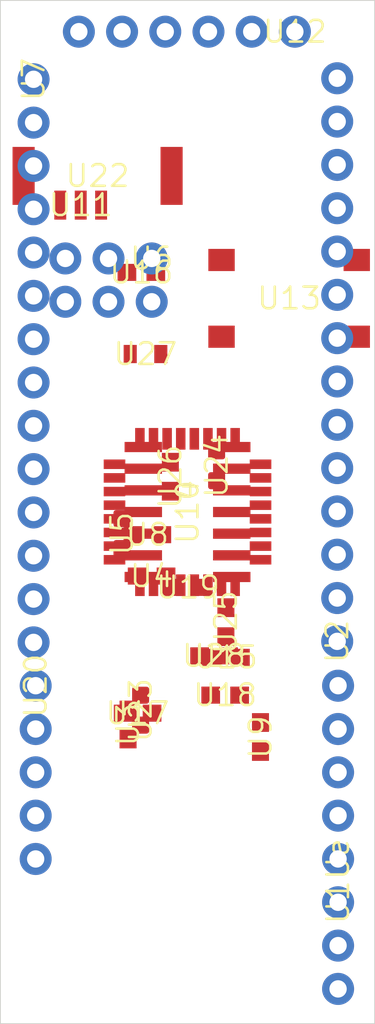
<source format=kicad_pcb>
 ( kicad_pcb  ( version 20171130 )
 ( host pcbnew "(5.1.4-0-10_14)" )
 ( general  ( thickness 1.6 )
 ( drawings 4 )
 ( tracks 0 )
 ( zones 0 )
 ( modules 28 )
 ( nets 53 )
)
 ( page A4 )
 ( layers  ( 0 Top signal )
 ( 31 Bottom signal )
 ( 32 B.Adhes user )
 ( 33 F.Adhes user )
 ( 34 B.Paste user )
 ( 35 F.Paste user )
 ( 36 B.SilkS user )
 ( 37 F.SilkS user )
 ( 38 B.Mask user )
 ( 39 F.Mask user )
 ( 40 Dwgs.User user )
 ( 41 Cmts.User user )
 ( 42 Eco1.User user )
 ( 43 Eco2.User user )
 ( 44 Edge.Cuts user )
 ( 45 Margin user )
 ( 46 B.CrtYd user )
 ( 47 F.CrtYd user )
 ( 48 B.Fab user )
 ( 49 F.Fab user )
)
 ( setup  ( last_trace_width 0.2 )
 ( trace_clearance 0.127 )
 ( zone_clearance 0.508 )
 ( zone_45_only no )
 ( trace_min 0.2 )
 ( via_size 0.7064 )
 ( via_drill 0.3 )
 ( via_min_size 0.4 )
 ( via_min_drill 0.3 )
 ( uvia_size 0.3 )
 ( uvia_drill 0.1 )
 ( uvias_allowed yes )
 ( uvia_min_size 0.2 )
 ( uvia_min_drill 0.1 )
 ( edge_width 0.05 )
 ( segment_width 0.2 )
 ( pcb_text_width 0.3 )
 ( pcb_text_size 1.5 1.5 )
 ( mod_edge_width 0.12 )
 ( mod_text_size 1 1 )
 ( mod_text_width 0.15 )
 ( pad_size 1.524 1.524 )
 ( pad_drill 0.762 )
 ( pad_to_mask_clearance 0.051 )
 ( solder_mask_min_width 0.25 )
 ( aux_axis_origin 0 0 )
 ( visible_elements 7FFFFFFF )
 ( pcbplotparams  ( layerselection 0x010fc_ffffffff )
 ( usegerberextensions false )
 ( usegerberattributes false )
 ( usegerberadvancedattributes false )
 ( creategerberjobfile false )
 ( excludeedgelayer true )
 ( linewidth 0.100000 )
 ( plotframeref false )
 ( viasonmask false )
 ( mode 1 )
 ( useauxorigin false )
 ( hpglpennumber 1 )
 ( hpglpenspeed 20 )
 ( hpglpendiameter 15.000000 )
 ( psnegative false )
 ( psa4output false )
 ( plotreference true )
 ( plotvalue true )
 ( plotinvisibletext false )
 ( padsonsilk false )
 ( subtractmaskfromsilk false )
 ( outputformat 1 )
 ( mirror false )
 ( drillshape 1 )
 ( scaleselection 1 )
 ( outputdirectory "" )
)
)
 ( net 0 "" )
 ( net 1 GND )
 ( net 2 VCC )
 ( net 3 /D2 )
 ( net 4 /TXO )
 ( net 5 /RXI )
 ( net 6 /RST )
 ( net 7 /A5 )
 ( net 8 /A4 )
 ( net 9 /A3 )
 ( net 10 /A2 )
 ( net 11 /A1 )
 ( net 12 /A0 )
 ( net 13 /A7 )
 ( net 14 "Net-(C6-Pad1)" )
 ( net 15 /A6 )
 ( net 16 /SCK )
 ( net 17 /MISO )
 ( net 18 /MOSI )
 ( net 19 /D10 )
 ( net 20 /D9 )
 ( net 21 /D8 )
 ( net 22 /D7 )
 ( net 23 /D6 )
 ( net 24 /D5 )
 ( net 25 "Net-(U3-Pad8)" )
 ( net 26 "Net-(U3-Pad7)" )
 ( net 27 /D4 )
 ( net 28 /D3 )
 ( net 29 "Net-(D1-PadA)" )
 ( net 30 /DTR )
 ( net 31 "Net-(J1-PadCTS)" )
 ( net 32 "Net-(F1-Pad1)" )
 ( net 33 /OUT1 )
 ( net 34 "Net-(IC1-Pad10)" )
 ( net 35 /OUT2 )
 ( net 36 /OUT4 )
 ( net 37 "Net-(IC1-Pad9)" )
 ( net 38 /OUT3 )
 ( net 39 "Net-(IC1-Pad11)" )
 ( net 40 "Net-(IC1-Pad12)" )
 ( net 41 /GO )
 ( net 42 "Net-(IC1-Pad13)" )
 ( net 43 "Net-(J2-Pad5)" )
 ( net 44 "Net-(J2-Pad4)" )
 ( net 45 "Net-(J2-Pad3)" )
 ( net 46 "Net-(J2-Pad2)" )
 ( net 47 "Net-(J2-Pad1)" )
 ( net 48 "Net-(J4-Pad1)" )
 ( net 49 "Net-(J4-Pad3)" )
 ( net 50 "Net-(J4-Pad2)" )
 ( net 51 "Net-(D2-PadA)" )
 ( net 52 "Net-(D3-PadA)" )
 ( net_class Default "This is the default net class."  ( clearance 0.127 )
 ( trace_width 0.2 )
 ( via_dia 0.7064 )
 ( via_drill 0.3 )
 ( uvia_dia 0.3 )
 ( uvia_drill 0.1 )
 ( add_net /A0 )
 ( add_net /A1 )
 ( add_net /A2 )
 ( add_net /A3 )
 ( add_net /A4 )
 ( add_net /A5 )
 ( add_net /A6 )
 ( add_net /A7 )
 ( add_net /D10 )
 ( add_net /D2 )
 ( add_net /D3 )
 ( add_net /D4 )
 ( add_net /D5 )
 ( add_net /D6 )
 ( add_net /D7 )
 ( add_net /D8 )
 ( add_net /D9 )
 ( add_net /DTR )
 ( add_net /GO )
 ( add_net /MISO )
 ( add_net /MOSI )
 ( add_net /OUT1 )
 ( add_net /OUT2 )
 ( add_net /OUT3 )
 ( add_net /OUT4 )
 ( add_net /RST )
 ( add_net /RXI )
 ( add_net /SCK )
 ( add_net /TXO )
 ( add_net GND )
 ( add_net "Net-(C6-Pad1)" )
 ( add_net "Net-(D1-PadA)" )
 ( add_net "Net-(D2-PadA)" )
 ( add_net "Net-(D3-PadA)" )
 ( add_net "Net-(IC1-Pad10)" )
 ( add_net "Net-(IC1-Pad11)" )
 ( add_net "Net-(IC1-Pad12)" )
 ( add_net "Net-(IC1-Pad13)" )
 ( add_net "Net-(IC1-Pad9)" )
 ( add_net "Net-(J1-PadCTS)" )
 ( add_net "Net-(J2-Pad1)" )
 ( add_net "Net-(J2-Pad2)" )
 ( add_net "Net-(J2-Pad3)" )
 ( add_net "Net-(J2-Pad4)" )
 ( add_net "Net-(J2-Pad5)" )
 ( add_net "Net-(J4-Pad1)" )
 ( add_net "Net-(J4-Pad2)" )
 ( add_net "Net-(J4-Pad3)" )
 ( add_net "Net-(U3-Pad7)" )
 ( add_net "Net-(U3-Pad8)" )
)
 ( net_class Power ""  ( clearance 0.127 )
 ( trace_width 0.381 )
 ( via_dia 0.7064 )
 ( via_drill 0.3 )
 ( uvia_dia 0.3 )
 ( uvia_drill 0.1 )
 ( add_net "Net-(F1-Pad1)" )
 ( add_net VCC )
)
 ( module piezoMusic:1X14 locked  ( layer Top )
 ( tedit 5DCE31E3 )
 ( tstamp 5DC8D32C )
 ( at 157.302200 96.088200 90.000000 )
 ( path /0B60073D )
 ( fp_text reference U2  ( at -16.5 0 90 )
 ( layer F.SilkS )
 ( effects  ( font  ( size 1.27 1.27 )
 ( thickness 0.15 )
)
)
)
 ( fp_text value ""  ( at -16.5 0 90 )
 ( layer F.SilkS )
 ( effects  ( font  ( size 1.27 1.27 )
 ( thickness 0.15 )
)
)
)
 ( fp_poly  ( pts  ( xy -17.6 -1.4 )
 ( xy 17.7 -1.4 )
 ( xy 17.7 1.4 )
 ( xy -17.6 1.4 )
)
 ( layer F.CrtYd )
 ( width 0.1 )
)
 ( fp_poly  ( pts  ( xy -17.6 -1.4 )
 ( xy 17.7 -1.4 )
 ( xy 17.7 1.4 )
 ( xy -17.6 1.4 )
)
 ( layer B.CrtYd )
 ( width 0.1 )
)
 ( pad 14 thru_hole circle  ( at 16.52 0 180.000000 )
 ( size 1.8796 1.8796 )
 ( drill 1.016 )
 ( layers *.Cu *.Mask )
 ( net 16 /SCK )
 ( solder_mask_margin 0.1016 )
)
 ( pad 13 thru_hole circle  ( at 13.98 0 180.000000 )
 ( size 1.8796 1.8796 )
 ( drill 1.016 )
 ( layers *.Cu *.Mask )
 ( net 17 /MISO )
 ( solder_mask_margin 0.1016 )
)
 ( pad 12 thru_hole circle  ( at 11.44 0 180.000000 )
 ( size 1.8796 1.8796 )
 ( drill 1.016 )
 ( layers *.Cu *.Mask )
 ( net 18 /MOSI )
 ( solder_mask_margin 0.1016 )
)
 ( pad 11 thru_hole circle  ( at 8.9 0 180.000000 )
 ( size 1.8796 1.8796 )
 ( drill 1.016 )
 ( layers *.Cu *.Mask )
 ( net 19 /D10 )
 ( solder_mask_margin 0.1016 )
)
 ( pad 10 thru_hole circle  ( at 6.36 0 180.000000 )
 ( size 1.8796 1.8796 )
 ( drill 1.016 )
 ( layers *.Cu *.Mask )
 ( net 20 /D9 )
 ( solder_mask_margin 0.1016 )
)
 ( pad 9 thru_hole circle  ( at 3.82 0 180.000000 )
 ( size 1.8796 1.8796 )
 ( drill 1.016 )
 ( layers *.Cu *.Mask )
 ( net 21 /D8 )
 ( solder_mask_margin 0.1016 )
)
 ( pad 8 thru_hole circle  ( at 1.28 0 180.000000 )
 ( size 1.8796 1.8796 )
 ( drill 1.016 )
 ( layers *.Cu *.Mask )
 ( net 22 /D7 )
 ( solder_mask_margin 0.1016 )
)
 ( pad 7 thru_hole circle  ( at -1.26 0 180.000000 )
 ( size 1.8796 1.8796 )
 ( drill 1.016 )
 ( layers *.Cu *.Mask )
 ( net 23 /D6 )
 ( solder_mask_margin 0.1016 )
)
 ( pad 6 thru_hole circle  ( at -3.8 0 180.000000 )
 ( size 1.8796 1.8796 )
 ( drill 1.016 )
 ( layers *.Cu *.Mask )
 ( net 24 /D5 )
 ( solder_mask_margin 0.1016 )
)
 ( pad 5 thru_hole circle  ( at -6.34 0 180.000000 )
 ( size 1.8796 1.8796 )
 ( drill 1.016 )
 ( layers *.Cu *.Mask )
 ( net 27 /D4 )
 ( solder_mask_margin 0.1016 )
)
 ( pad 4 thru_hole circle  ( at -8.88 0 180.000000 )
 ( size 1.8796 1.8796 )
 ( drill 1.016 )
 ( layers *.Cu *.Mask )
 ( net 28 /D3 )
 ( solder_mask_margin 0.1016 )
)
 ( pad 3 thru_hole circle  ( at -11.42 0 180.000000 )
 ( size 1.8796 1.8796 )
 ( drill 1.016 )
 ( layers *.Cu *.Mask )
 ( net 3 /D2 )
 ( solder_mask_margin 0.1016 )
)
 ( pad 2 thru_hole circle  ( at -13.96 0 180.000000 )
 ( size 1.8796 1.8796 )
 ( drill 1.016 )
 ( layers *.Cu *.Mask )
 ( net 1 GND )
 ( solder_mask_margin 0.1016 )
)
 ( pad 1 thru_hole circle  ( at -16.5 0 180.000000 )
 ( size 1.8796 1.8796 )
 ( drill 1.016 )
 ( layers *.Cu *.Mask )
 ( net 2 VCC )
 ( solder_mask_margin 0.1016 )
)
)
 ( module piezoMusic:1X14 locked  ( layer Top )
 ( tedit 5DCE31E3 )
 ( tstamp 5DC8D3C7 )
 ( at 139.446000 96.139000 270.000000 )
 ( path /056852D9 )
 ( fp_text reference U7  ( at -16.51 -0.004 270 )
 ( layer F.SilkS )
 ( effects  ( font  ( size 1.27 1.27 )
 ( thickness 0.15 )
)
)
)
 ( fp_text value ""  ( at -16.51 -0.004 270 )
 ( layer F.SilkS )
 ( effects  ( font  ( size 1.27 1.27 )
 ( thickness 0.15 )
)
)
)
 ( fp_poly  ( pts  ( xy -17.61 -1.404 )
 ( xy 17.69 -1.404 )
 ( xy 17.69 1.396 )
 ( xy -17.61 1.396 )
)
 ( layer F.CrtYd )
 ( width 0.1 )
)
 ( fp_poly  ( pts  ( xy -17.61 -1.404 )
 ( xy 17.69 -1.404 )
 ( xy 17.69 1.396 )
 ( xy -17.61 1.396 )
)
 ( layer B.CrtYd )
 ( width 0.1 )
)
 ( pad 14 thru_hole circle  ( at 16.51 -0.004 )
 ( size 1.8796 1.8796 )
 ( drill 1.016 )
 ( layers *.Cu *.Mask )
 ( net 13 /A7 )
 ( solder_mask_margin 0.1016 )
)
 ( pad 13 thru_hole circle  ( at 13.97 -0.004 )
 ( size 1.8796 1.8796 )
 ( drill 1.016 )
 ( layers *.Cu *.Mask )
 ( net 15 /A6 )
 ( solder_mask_margin 0.1016 )
)
 ( pad 12 thru_hole circle  ( at 11.43 -0.004 )
 ( size 1.8796 1.8796 )
 ( drill 1.016 )
 ( layers *.Cu *.Mask )
 ( net 7 /A5 )
 ( solder_mask_margin 0.1016 )
)
 ( pad 11 thru_hole circle  ( at 8.89 -0.004 )
 ( size 1.8796 1.8796 )
 ( drill 1.016 )
 ( layers *.Cu *.Mask )
 ( net 8 /A4 )
 ( solder_mask_margin 0.1016 )
)
 ( pad 10 thru_hole circle  ( at 6.35 -0.004 )
 ( size 1.8796 1.8796 )
 ( drill 1.016 )
 ( layers *.Cu *.Mask )
 ( net 9 /A3 )
 ( solder_mask_margin 0.1016 )
)
 ( pad 9 thru_hole circle  ( at 3.81 -0.004 )
 ( size 1.8796 1.8796 )
 ( drill 1.016 )
 ( layers *.Cu *.Mask )
 ( net 10 /A2 )
 ( solder_mask_margin 0.1016 )
)
 ( pad 8 thru_hole circle  ( at 1.27 -0.004 )
 ( size 1.8796 1.8796 )
 ( drill 1.016 )
 ( layers *.Cu *.Mask )
 ( net 11 /A1 )
 ( solder_mask_margin 0.1016 )
)
 ( pad 7 thru_hole circle  ( at -1.27 -0.004 )
 ( size 1.8796 1.8796 )
 ( drill 1.016 )
 ( layers *.Cu *.Mask )
 ( net 12 /A0 )
 ( solder_mask_margin 0.1016 )
)
 ( pad 6 thru_hole circle  ( at -3.81 -0.004 )
 ( size 1.8796 1.8796 )
 ( drill 1.016 )
 ( layers *.Cu *.Mask )
 ( net 4 /TXO )
 ( solder_mask_margin 0.1016 )
)
 ( pad 5 thru_hole circle  ( at -6.35 -0.004 )
 ( size 1.8796 1.8796 )
 ( drill 1.016 )
 ( layers *.Cu *.Mask )
 ( net 5 /RXI )
 ( solder_mask_margin 0.1016 )
)
 ( pad 4 thru_hole circle  ( at -8.89 -0.004 )
 ( size 1.8796 1.8796 )
 ( drill 1.016 )
 ( layers *.Cu *.Mask )
 ( net 1 GND )
 ( solder_mask_margin 0.1016 )
)
 ( pad 3 thru_hole circle  ( at -11.43 -0.004 )
 ( size 1.8796 1.8796 )
 ( drill 1.016 )
 ( layers *.Cu *.Mask )
 ( net 2 VCC )
 ( solder_mask_margin 0.1016 )
)
 ( pad 2 thru_hole circle  ( at -13.97 -0.004 )
 ( size 1.8796 1.8796 )
 ( drill 1.016 )
 ( layers *.Cu *.Mask )
 ( net 2 VCC )
 ( solder_mask_margin 0.1016 )
)
 ( pad 1 thru_hole circle  ( at -16.51 -0.004 )
 ( size 1.8796 1.8796 )
 ( drill 1.016 )
 ( layers *.Cu *.Mask )
 ( net 2 VCC )
 ( solder_mask_margin 0.1016 )
)
)
 ( module piezoMusic:FTDI_BASIC locked  ( layer Top )
 ( tedit 5DCE2BD1 )
 ( tstamp 5DC8D4AF )
 ( at 148.463000 76.835000 180.000000 )
 ( descr "<h3>FTDI Basic </h3>\nIncludes tDocu labels for end pins that match the FTDI Basic connection.\n<p>Specifications:\n<ul><li>Pin count: 6</li>\n<li>Pin pitch: 0.1\"</li>\n</ul></p>\n<p>Example device(s):\n<ul><li>6_Pin_Serial_Cable</li>\n</ul></p>" )
 ( path /449C7C68 )
 ( fp_text reference U12  ( at -6.35 0 180 )
 ( layer F.SilkS )
 ( effects  ( font  ( size 1.27 1.27 )
 ( thickness 0.15 )
)
)
)
 ( fp_text value ""  ( at -6.35 0 180 )
 ( layer F.SilkS )
 ( effects  ( font  ( size 1.27 1.27 )
 ( thickness 0.15 )
)
)
)
 ( fp_poly  ( pts  ( xy -7.75 -1.4 )
 ( xy 7.75 -1.4 )
 ( xy 7.75 1.4 )
 ( xy -7.75 1.4 )
)
 ( layer F.CrtYd )
 ( width 0.1 )
)
 ( fp_poly  ( pts  ( xy -7.75 -1.4 )
 ( xy 7.75 -1.4 )
 ( xy 7.75 1.4 )
 ( xy -7.75 1.4 )
)
 ( layer B.CrtYd )
 ( width 0.1 )
)
 ( pad GND thru_hole circle  ( at 6.35 0 270.000000 )
 ( size 1.8796 1.8796 )
 ( drill 1.016 )
 ( layers *.Cu *.Mask )
 ( net 1 GND )
 ( solder_mask_margin 0.1016 )
)
 ( pad CTS thru_hole circle  ( at 3.81 0 270.000000 )
 ( size 1.8796 1.8796 )
 ( drill 1.016 )
 ( layers *.Cu *.Mask )
 ( net 31 "Net-(J1-PadCTS)" )
 ( solder_mask_margin 0.1016 )
)
 ( pad VCC thru_hole circle  ( at 1.27 0 270.000000 )
 ( size 1.8796 1.8796 )
 ( drill 1.016 )
 ( layers *.Cu *.Mask )
 ( net 32 "Net-(F1-Pad1)" )
 ( solder_mask_margin 0.1016 )
)
 ( pad TXO thru_hole circle  ( at -1.27 0 270.000000 )
 ( size 1.8796 1.8796 )
 ( drill 1.016 )
 ( layers *.Cu *.Mask )
 ( net 5 /RXI )
 ( solder_mask_margin 0.1016 )
)
 ( pad RXI thru_hole circle  ( at -3.81 0 270.000000 )
 ( size 1.8796 1.8796 )
 ( drill 1.016 )
 ( layers *.Cu *.Mask )
 ( net 4 /TXO )
 ( solder_mask_margin 0.1016 )
)
 ( pad DTR thru_hole circle  ( at -6.35 0 270.000000 )
 ( size 1.8796 1.8796 )
 ( drill 1.016 )
 ( layers *.Cu *.Mask )
 ( net 30 /DTR )
 ( solder_mask_margin 0.1016 )
)
)
 ( module piezoMusic:2X3  ( layer Top )
 ( tedit 5DCE29B8 )
 ( tstamp 5DC8D3A1 )
 ( at 143.856390 91.404157 180.000000 )
 ( path /60994ACD )
 ( fp_text reference U6  ( at -2.54 1.27 180 )
 ( layer F.SilkS )
 ( effects  ( font  ( size 1.27 1.27 )
 ( thickness 0.15 )
)
)
)
 ( fp_text value ""  ( at -2.54 1.27 180 )
 ( layer F.SilkS )
 ( effects  ( font  ( size 1.27 1.27 )
 ( thickness 0.15 )
)
)
)
 ( fp_poly  ( pts  ( xy -3.94 -2.73 )
 ( xy 4.06 -2.73 )
 ( xy 4.06 2.67 )
 ( xy -3.94 2.67 )
)
 ( layer F.CrtYd )
 ( width 0.1 )
)
 ( fp_poly  ( pts  ( xy -3.94 -2.73 )
 ( xy 4.06 -2.73 )
 ( xy 4.06 2.67 )
 ( xy -3.94 2.67 )
)
 ( layer B.CrtYd )
 ( width 0.1 )
)
 ( pad 6 thru_hole circle  ( at 2.54 -1.27 180.000000 )
 ( size 1.8796 1.8796 )
 ( drill 1.016 )
 ( layers *.Cu *.Mask )
 ( net 1 GND )
 ( solder_mask_margin 0.1016 )
)
 ( pad 5 thru_hole circle  ( at 2.54 1.27 180.000000 )
 ( size 1.8796 1.8796 )
 ( drill 1.016 )
 ( layers *.Cu *.Mask )
 ( net 6 /RST )
 ( solder_mask_margin 0.1016 )
)
 ( pad 4 thru_hole circle  ( at 0 -1.27 180.000000 )
 ( size 1.8796 1.8796 )
 ( drill 1.016 )
 ( layers *.Cu *.Mask )
 ( net 18 /MOSI )
 ( solder_mask_margin 0.1016 )
)
 ( pad 3 thru_hole circle  ( at 0 1.27 180.000000 )
 ( size 1.8796 1.8796 )
 ( drill 1.016 )
 ( layers *.Cu *.Mask )
 ( net 16 /SCK )
 ( solder_mask_margin 0.1016 )
)
 ( pad 2 thru_hole circle  ( at -2.54 -1.27 180.000000 )
 ( size 1.8796 1.8796 )
 ( drill 1.016 )
 ( layers *.Cu *.Mask )
 ( net 2 VCC )
 ( solder_mask_margin 0.1016 )
)
 ( pad 1 thru_hole circle  ( at -2.54 1.27 180.000000 )
 ( size 1.8796 1.8796 )
 ( drill 1.016 )
 ( layers *.Cu *.Mask )
 ( net 17 /MISO )
 ( solder_mask_margin 0.1016 )
)
)
 ( module piezoMusic:1X03 locked  ( layer Top )
 ( tedit 5DCE3241 )
 ( tstamp 5DC8D5C9 )
 ( at 157.353000 130.429000 270.000000 )
 ( descr "<h3>Plated Through Hole - 3 Pin</h3>\n<p>Specifications:\n<ul><li>Pin count:3</li>\n<li>Pin pitch:0.1\"</li>\n</ul></p>\n<p>Example device(s):\n<ul><li>CONN_03</li>\n</ul></p>" )
 ( path /FA7CA15B )
 ( fp_text reference U1  ( at -2.54 0 270 )
 ( layer F.SilkS )
 ( effects  ( font  ( size 1.27 1.27 )
 ( thickness 0.15 )
)
)
)
 ( fp_text value ""  ( at -2.54 0 270 )
 ( layer F.SilkS )
 ( effects  ( font  ( size 1.27 1.27 )
 ( thickness 0.15 )
)
)
)
 ( fp_poly  ( pts  ( xy -3.74 -1.5 )
 ( xy -3.74 1.5 )
 ( xy 3.66 1.5 )
 ( xy 3.66 -1.5 )
)
 ( layer B.CrtYd )
 ( width 0.1 )
)
 ( fp_poly  ( pts  ( xy -3.74 -1.5 )
 ( xy -3.74 1.5 )
 ( xy 3.66 1.5 )
 ( xy 3.66 -1.5 )
)
 ( layer F.CrtYd )
 ( width 0.1 )
)
 ( pad 3 thru_hole circle  ( at 2.54 0 )
 ( size 1.8796 1.8796 )
 ( drill 1.016 )
 ( layers *.Cu *.Mask )
 ( net 49 "Net-(J4-Pad3)" )
 ( solder_mask_margin 0.1016 )
)
 ( pad 2 thru_hole circle  ( at 0 0 )
 ( size 1.8796 1.8796 )
 ( drill 1.016 )
 ( layers *.Cu *.Mask )
 ( net 50 "Net-(J4-Pad2)" )
 ( solder_mask_margin 0.1016 )
)
 ( pad 1 thru_hole circle  ( at -2.54 0 )
 ( size 1.8796 1.8796 )
 ( drill 1.016 )
 ( layers *.Cu *.Mask )
 ( net 48 "Net-(J4-Pad1)" )
 ( solder_mask_margin 0.1016 )
)
)
 ( module piezoMusic:1X05 locked  ( layer Top )
 ( tedit 5DCE3193 )
 ( tstamp 5DC8D58D )
 ( at 157.353000 120.269000 90.000000 )
 ( descr "<h3>Plated Through Hole - 5 Pin</h3>\n<p>Specifications:\n<ul><li>Pin count:5</li>\n<li>Pin pitch:0.1\"</li>\n</ul></p>\n<p>Example device(s):\n<ul><li>CONN_05</li>\n</ul></p>" )
 ( path /B665FDA9 )
 ( fp_text reference Ue  ( at -5.08 0 90 )
 ( layer F.SilkS )
 ( effects  ( font  ( size 1.27 1.27 )
 ( thickness 0.15 )
)
)
)
 ( fp_text value ""  ( at -5.08 0 90 )
 ( layer F.SilkS )
 ( effects  ( font  ( size 1.27 1.27 )
 ( thickness 0.15 )
)
)
)
 ( fp_poly  ( pts  ( xy -6.18 -1.4 )
 ( xy 6.22 -1.4 )
 ( xy 6.22 1.4 )
 ( xy -6.18 1.4 )
)
 ( layer F.CrtYd )
 ( width 0.1 )
)
 ( fp_poly  ( pts  ( xy -6.18 -1.4 )
 ( xy 6.22 -1.4 )
 ( xy 6.22 1.4 )
 ( xy -6.18 1.4 )
)
 ( layer B.CrtYd )
 ( width 0.1 )
)
 ( pad 5 thru_hole circle  ( at 5.08 0 180.000000 )
 ( size 1.8796 1.8796 )
 ( drill 1.016 )
 ( layers *.Cu *.Mask )
 ( net 36 /OUT4 )
 ( solder_mask_margin 0.1016 )
)
 ( pad 4 thru_hole circle  ( at 2.54 0 180.000000 )
 ( size 1.8796 1.8796 )
 ( drill 1.016 )
 ( layers *.Cu *.Mask )
 ( net 38 /OUT3 )
 ( solder_mask_margin 0.1016 )
)
 ( pad 3 thru_hole circle  ( at 0 0 180.000000 )
 ( size 1.8796 1.8796 )
 ( drill 1.016 )
 ( layers *.Cu *.Mask )
 ( net 35 /OUT2 )
 ( solder_mask_margin 0.1016 )
)
 ( pad 2 thru_hole circle  ( at -2.54 0 180.000000 )
 ( size 1.8796 1.8796 )
 ( drill 1.016 )
 ( layers *.Cu *.Mask )
 ( net 33 /OUT1 )
 ( solder_mask_margin 0.1016 )
)
 ( pad 1 thru_hole circle  ( at -5.08 0 180.000000 )
 ( size 1.8796 1.8796 )
 ( drill 1.016 )
 ( layers *.Cu *.Mask )
 ( net 41 /GO )
 ( solder_mask_margin 0.1016 )
)
)
 ( module piezoMusic:1X05 locked  ( layer Top )
 ( tedit 5DCE3193 )
 ( tstamp 5DC8D560 )
 ( at 139.573000 120.269000 270.000000 )
 ( descr "<h3>Plated Through Hole - 5 Pin</h3>\n<p>Specifications:\n<ul><li>Pin count:5</li>\n<li>Pin pitch:0.1\"</li>\n</ul></p>\n<p>Example device(s):\n<ul><li>CONN_05</li>\n</ul></p>" )
 ( path /C3E76336 )
 ( fp_text reference U20  ( at -5.08 0 270 )
 ( layer F.SilkS )
 ( effects  ( font  ( size 1.27 1.27 )
 ( thickness 0.15 )
)
)
)
 ( fp_text value ""  ( at -5.08 0 270 )
 ( layer F.SilkS )
 ( effects  ( font  ( size 1.27 1.27 )
 ( thickness 0.15 )
)
)
)
 ( fp_poly  ( pts  ( xy -6.18 -1.4 )
 ( xy 6.22 -1.4 )
 ( xy 6.22 1.4 )
 ( xy -6.18 1.4 )
)
 ( layer F.CrtYd )
 ( width 0.1 )
)
 ( fp_poly  ( pts  ( xy -6.18 -1.4 )
 ( xy 6.22 -1.4 )
 ( xy 6.22 1.4 )
 ( xy -6.18 1.4 )
)
 ( layer B.CrtYd )
 ( width 0.1 )
)
 ( pad 5 thru_hole circle  ( at 5.08 0 )
 ( size 1.8796 1.8796 )
 ( drill 1.016 )
 ( layers *.Cu *.Mask )
 ( net 43 "Net-(J2-Pad5)" )
 ( solder_mask_margin 0.1016 )
)
 ( pad 4 thru_hole circle  ( at 2.54 0 )
 ( size 1.8796 1.8796 )
 ( drill 1.016 )
 ( layers *.Cu *.Mask )
 ( net 44 "Net-(J2-Pad4)" )
 ( solder_mask_margin 0.1016 )
)
 ( pad 3 thru_hole circle  ( at 0 0 )
 ( size 1.8796 1.8796 )
 ( drill 1.016 )
 ( layers *.Cu *.Mask )
 ( net 45 "Net-(J2-Pad3)" )
 ( solder_mask_margin 0.1016 )
)
 ( pad 2 thru_hole circle  ( at -2.54 0 )
 ( size 1.8796 1.8796 )
 ( drill 1.016 )
 ( layers *.Cu *.Mask )
 ( net 46 "Net-(J2-Pad2)" )
 ( solder_mask_margin 0.1016 )
)
 ( pad 1 thru_hole circle  ( at -5.08 0 )
 ( size 1.8796 1.8796 )
 ( drill 1.016 )
 ( layers *.Cu *.Mask )
 ( net 47 "Net-(J2-Pad1)" )
 ( solder_mask_margin 0.1016 )
)
)
 ( module piezoMusic:0603  ( layer Top )
 ( tedit 5DCE2B5D )
 ( tstamp 5DC8D306 )
 ( at 145.004101 117.463761 270.000000 )
 ( descr "<p><b>Generic 1608 (0603) package</b></p>\n<p>0.2mm courtyard excess rounded to nearest 0.05mm.</p>" )
 ( path /88676885 )
 ( fp_text reference U3  ( at 0 0 270 )
 ( layer F.SilkS )
 ( effects  ( font  ( size 1.27 1.27 )
 ( thickness 0.15 )
)
)
)
 ( fp_text value ""  ( at 0 0 270 )
 ( layer F.SilkS )
 ( effects  ( font  ( size 1.27 1.27 )
 ( thickness 0.15 )
)
)
)
 ( fp_poly  ( pts  ( xy -1.6 -0.7 )
 ( xy 1.6 -0.7 )
 ( xy 1.6 0.7 )
 ( xy -1.6 0.7 )
)
 ( layer F.CrtYd )
 ( width 0.1 )
)
 ( pad 2 smd rect  ( at 0.85 0 270.000000 )
 ( size 1.1 1 )
 ( layers Top F.Mask F.Paste )
 ( net 6 /RST )
 ( solder_mask_margin 0.1016 )
)
 ( pad 1 smd rect  ( at -0.85 0 270.000000 )
 ( size 1.1 1 )
 ( layers Top F.Mask F.Paste )
 ( net 30 /DTR )
 ( solder_mask_margin 0.1016 )
)
)
 ( module piezoMusic:0603  ( layer Top )
 ( tedit 5DCE2B5D )
 ( tstamp 5DC8D314 )
 ( at 146.387933 108.759294 180.000000 )
 ( descr "<p><b>Generic 1608 (0603) package</b></p>\n<p>0.2mm courtyard excess rounded to nearest 0.05mm.</p>" )
 ( path /8451312A )
 ( fp_text reference U4  ( at 0 0 180 )
 ( layer F.SilkS )
 ( effects  ( font  ( size 1.27 1.27 )
 ( thickness 0.15 )
)
)
)
 ( fp_text value ""  ( at 0 0 180 )
 ( layer F.SilkS )
 ( effects  ( font  ( size 1.27 1.27 )
 ( thickness 0.15 )
)
)
)
 ( fp_poly  ( pts  ( xy -1.6 -0.7 )
 ( xy 1.6 -0.7 )
 ( xy 1.6 0.7 )
 ( xy -1.6 0.7 )
)
 ( layer F.CrtYd )
 ( width 0.1 )
)
 ( pad 2 smd rect  ( at 0.85 0 180.000000 )
 ( size 1.1 1 )
 ( layers Top F.Mask F.Paste )
 ( net 1 GND )
 ( solder_mask_margin 0.1016 )
)
 ( pad 1 smd rect  ( at -0.85 0 180.000000 )
 ( size 1.1 1 )
 ( layers Top F.Mask F.Paste )
 ( net 14 "Net-(C6-Pad1)" )
 ( solder_mask_margin 0.1016 )
)
)
 ( module piezoMusic:LED-0603  ( layer Top )
 ( tedit 5DCE2CA4 )
 ( tstamp 5DC8D322 )
 ( at 144.647549 106.267931 90.000000 )
 ( descr "<B>LED 0603 SMT</B><p>\n0603, surface mount.\n<p>Specifications:\n<ul><li>Pin count: 2</li>\n<li>Pin pitch:0.075inch </li>\n<li>Area: 0.06\" x 0.03\"</li>\n</ul></p>\n<p>Example device(s):\n<ul><li>LED - BLUE</li>" )
 ( path /5C7F6C2D )
 ( fp_text reference U5  ( at 0 0 90 )
 ( layer F.SilkS )
 ( effects  ( font  ( size 1.27 1.27 )
 ( thickness 0.15 )
)
)
)
 ( fp_text value ""  ( at 0 0 90 )
 ( layer F.SilkS )
 ( effects  ( font  ( size 1.27 1.27 )
 ( thickness 0.15 )
)
)
)
 ( fp_poly  ( pts  ( xy -1.5 -0.6 )
 ( xy 1.5 -0.6 )
 ( xy 1.5 0.6 )
 ( xy -1.5 0.6 )
)
 ( layer F.CrtYd )
 ( width 0.1 )
)
 ( pad A smd roundrect  ( at -0.877 0 )
 ( size 1 1 )
 ( layers Top F.Mask F.Paste )
 ( roundrect_rratio 0.15 )
 ( net 29 "Net-(D1-PadA)" )
 ( solder_mask_margin 0.1016 )
)
 ( pad C smd roundrect  ( at 0.877 0 )
 ( size 1 1 )
 ( layers Top F.Mask F.Paste )
 ( roundrect_rratio 0.15 )
 ( net 1 GND )
 ( solder_mask_margin 0.1016 )
)
)
 ( module piezoMusic:0603  ( layer Top )
 ( tedit 5DCE2B5D )
 ( tstamp 5DC8D43C )
 ( at 146.140593 106.333863 180.000000 )
 ( descr "<p><b>Generic 1608 (0603) package</b></p>\n<p>0.2mm courtyard excess rounded to nearest 0.05mm.</p>" )
 ( path /DDF01354 )
 ( fp_text reference U8  ( at 0 0 180 )
 ( layer F.SilkS )
 ( effects  ( font  ( size 1.27 1.27 )
 ( thickness 0.15 )
)
)
)
 ( fp_text value ""  ( at 0 0 180 )
 ( layer F.SilkS )
 ( effects  ( font  ( size 1.27 1.27 )
 ( thickness 0.15 )
)
)
)
 ( fp_poly  ( pts  ( xy -1.6 -0.7 )
 ( xy 1.6 -0.7 )
 ( xy 1.6 0.7 )
 ( xy -1.6 0.7 )
)
 ( layer F.CrtYd )
 ( width 0.1 )
)
 ( pad 2 smd rect  ( at 0.85 0 180.000000 )
 ( size 1.1 1 )
 ( layers Top F.Mask F.Paste )
 ( net 29 "Net-(D1-PadA)" )
 ( solder_mask_margin 0.1016 )
)
 ( pad 1 smd rect  ( at -0.85 0 180.000000 )
 ( size 1.1 1 )
 ( layers Top F.Mask F.Paste )
 ( net 16 /SCK )
 ( solder_mask_margin 0.1016 )
)
)
 ( module piezoMusic:0603  ( layer Top )
 ( tedit 5DCE2B5D )
 ( tstamp 5DC8D44A )
 ( at 152.790227 118.197060 270.000000 )
 ( descr "<p><b>Generic 1608 (0603) package</b></p>\n<p>0.2mm courtyard excess rounded to nearest 0.05mm.</p>" )
 ( path /B13F4994 )
 ( fp_text reference U9  ( at 0 0 270 )
 ( layer F.SilkS )
 ( effects  ( font  ( size 1.27 1.27 )
 ( thickness 0.15 )
)
)
)
 ( fp_text value ""  ( at 0 0 270 )
 ( layer F.SilkS )
 ( effects  ( font  ( size 1.27 1.27 )
 ( thickness 0.15 )
)
)
)
 ( fp_poly  ( pts  ( xy -1.6 -0.7 )
 ( xy 1.6 -0.7 )
 ( xy 1.6 0.7 )
 ( xy -1.6 0.7 )
)
 ( layer F.CrtYd )
 ( width 0.1 )
)
 ( pad 2 smd rect  ( at 0.85 0 270.000000 )
 ( size 1.1 1 )
 ( layers Top F.Mask F.Paste )
 ( net 2 VCC )
 ( solder_mask_margin 0.1016 )
)
 ( pad 1 smd rect  ( at -0.85 0 270.000000 )
 ( size 1.1 1 )
 ( layers Top F.Mask F.Paste )
 ( net 6 /RST )
 ( solder_mask_margin 0.1016 )
)
)
 ( module piezoMusic:TQFP32-08  ( layer Top )
 ( tedit 5DCE2E26 )
 ( tstamp 5DC8D458 )
 ( at 148.501100 105.003600 90.000000 )
 ( descr "<B>Thin Plasic Quad Flat Package</B> Grid 0.8 mm" )
 ( path /629E9DB0 )
 ( fp_text reference U10  ( at 0 0 90 )
 ( layer F.SilkS )
 ( effects  ( font  ( size 1.27 1.27 )
 ( thickness 0.15 )
)
)
)
 ( fp_text value ""  ( at 0 0 90 )
 ( layer F.SilkS )
 ( effects  ( font  ( size 1.27 1.27 )
 ( thickness 0.15 )
)
)
)
 ( fp_poly  ( pts  ( xy -5 -5 )
 ( xy 5 -5 )
 ( xy 5 5 )
 ( xy -5 5 )
)
 ( layer F.CrtYd )
 ( width 0.1 )
)
 ( pad 32 smd rect  ( at -2.8 -4.2926 90.000000 )
 ( size 0.5588 1.27 )
 ( layers Top F.Mask F.Paste )
 ( net 3 /D2 )
 ( solder_mask_margin 0.1016 )
)
 ( pad 31 smd rect  ( at -2 -4.2926 90.000000 )
 ( size 0.5588 1.27 )
 ( layers Top F.Mask F.Paste )
 ( net 4 /TXO )
 ( solder_mask_margin 0.1016 )
)
 ( pad 30 smd rect  ( at -1.2 -4.2926 90.000000 )
 ( size 0.5588 1.27 )
 ( layers Top F.Mask F.Paste )
 ( net 5 /RXI )
 ( solder_mask_margin 0.1016 )
)
 ( pad 29 smd rect  ( at -0.4 -4.2926 90.000000 )
 ( size 0.5588 1.27 )
 ( layers Top F.Mask F.Paste )
 ( net 6 /RST )
 ( solder_mask_margin 0.1016 )
)
 ( pad 28 smd rect  ( at 0.4 -4.2926 90.000000 )
 ( size 0.5588 1.27 )
 ( layers Top F.Mask F.Paste )
 ( net 7 /A5 )
 ( solder_mask_margin 0.1016 )
)
 ( pad 27 smd rect  ( at 1.2 -4.2926 90.000000 )
 ( size 0.5588 1.27 )
 ( layers Top F.Mask F.Paste )
 ( net 8 /A4 )
 ( solder_mask_margin 0.1016 )
)
 ( pad 26 smd rect  ( at 2 -4.2926 90.000000 )
 ( size 0.5588 1.27 )
 ( layers Top F.Mask F.Paste )
 ( net 9 /A3 )
 ( solder_mask_margin 0.1016 )
)
 ( pad 25 smd rect  ( at 2.8 -4.2926 90.000000 )
 ( size 0.5588 1.27 )
 ( layers Top F.Mask F.Paste )
 ( net 10 /A2 )
 ( solder_mask_margin 0.1016 )
)
 ( pad 24 smd rect  ( at 4.2926 -2.8 90.000000 )
 ( size 1.27 0.5588 )
 ( layers Top F.Mask F.Paste )
 ( net 11 /A1 )
 ( solder_mask_margin 0.1016 )
)
 ( pad 23 smd rect  ( at 4.2926 -2 90.000000 )
 ( size 1.27 0.5588 )
 ( layers Top F.Mask F.Paste )
 ( net 12 /A0 )
 ( solder_mask_margin 0.1016 )
)
 ( pad 22 smd rect  ( at 4.2926 -1.2 90.000000 )
 ( size 1.27 0.5588 )
 ( layers Top F.Mask F.Paste )
 ( net 13 /A7 )
 ( solder_mask_margin 0.1016 )
)
 ( pad 21 smd rect  ( at 4.2926 -0.4 90.000000 )
 ( size 1.27 0.5588 )
 ( layers Top F.Mask F.Paste )
 ( net 1 GND )
 ( solder_mask_margin 0.1016 )
)
 ( pad 20 smd rect  ( at 4.2926 0.4 90.000000 )
 ( size 1.27 0.5588 )
 ( layers Top F.Mask F.Paste )
 ( net 14 "Net-(C6-Pad1)" )
 ( solder_mask_margin 0.1016 )
)
 ( pad 19 smd rect  ( at 4.2926 1.2 90.000000 )
 ( size 1.27 0.5588 )
 ( layers Top F.Mask F.Paste )
 ( net 15 /A6 )
 ( solder_mask_margin 0.1016 )
)
 ( pad 18 smd rect  ( at 4.2926 2 90.000000 )
 ( size 1.27 0.5588 )
 ( layers Top F.Mask F.Paste )
 ( net 2 VCC )
 ( solder_mask_margin 0.1016 )
)
 ( pad 17 smd rect  ( at 4.2926 2.8 90.000000 )
 ( size 1.27 0.5588 )
 ( layers Top F.Mask F.Paste )
 ( net 16 /SCK )
 ( solder_mask_margin 0.1016 )
)
 ( pad 16 smd rect  ( at 2.8 4.2926 90.000000 )
 ( size 0.5588 1.27 )
 ( layers Top F.Mask F.Paste )
 ( net 17 /MISO )
 ( solder_mask_margin 0.1016 )
)
 ( pad 15 smd rect  ( at 2 4.2926 90.000000 )
 ( size 0.5588 1.27 )
 ( layers Top F.Mask F.Paste )
 ( net 18 /MOSI )
 ( solder_mask_margin 0.1016 )
)
 ( pad 14 smd rect  ( at 1.2 4.2926 90.000000 )
 ( size 0.5588 1.27 )
 ( layers Top F.Mask F.Paste )
 ( net 19 /D10 )
 ( solder_mask_margin 0.1016 )
)
 ( pad 13 smd rect  ( at 0.4 4.2926 90.000000 )
 ( size 0.5588 1.27 )
 ( layers Top F.Mask F.Paste )
 ( net 20 /D9 )
 ( solder_mask_margin 0.1016 )
)
 ( pad 12 smd rect  ( at -0.4 4.2926 90.000000 )
 ( size 0.5588 1.27 )
 ( layers Top F.Mask F.Paste )
 ( net 21 /D8 )
 ( solder_mask_margin 0.1016 )
)
 ( pad 11 smd rect  ( at -1.2 4.2926 90.000000 )
 ( size 0.5588 1.27 )
 ( layers Top F.Mask F.Paste )
 ( net 22 /D7 )
 ( solder_mask_margin 0.1016 )
)
 ( pad 10 smd rect  ( at -2 4.2926 90.000000 )
 ( size 0.5588 1.27 )
 ( layers Top F.Mask F.Paste )
 ( net 23 /D6 )
 ( solder_mask_margin 0.1016 )
)
 ( pad 9 smd rect  ( at -2.8 4.2926 90.000000 )
 ( size 0.5588 1.27 )
 ( layers Top F.Mask F.Paste )
 ( net 24 /D5 )
 ( solder_mask_margin 0.1016 )
)
 ( pad 8 smd rect  ( at -4.2926 2.8 90.000000 )
 ( size 1.27 0.5588 )
 ( layers Top F.Mask F.Paste )
 ( net 25 "Net-(U3-Pad8)" )
 ( solder_mask_margin 0.1016 )
)
 ( pad 7 smd rect  ( at -4.2926 2 90.000000 )
 ( size 1.27 0.5588 )
 ( layers Top F.Mask F.Paste )
 ( net 26 "Net-(U3-Pad7)" )
 ( solder_mask_margin 0.1016 )
)
 ( pad 6 smd rect  ( at -4.2926 1.2 90.000000 )
 ( size 1.27 0.5588 )
 ( layers Top F.Mask F.Paste )
 ( net 2 VCC )
 ( solder_mask_margin 0.1016 )
)
 ( pad 5 smd rect  ( at -4.2926 0.4 90.000000 )
 ( size 1.27 0.5588 )
 ( layers Top F.Mask F.Paste )
 ( net 1 GND )
 ( solder_mask_margin 0.1016 )
)
 ( pad 4 smd rect  ( at -4.2926 -0.4 90.000000 )
 ( size 1.27 0.5588 )
 ( layers Top F.Mask F.Paste )
 ( net 2 VCC )
 ( solder_mask_margin 0.1016 )
)
 ( pad 3 smd rect  ( at -4.2926 -1.2 90.000000 )
 ( size 1.27 0.5588 )
 ( layers Top F.Mask F.Paste )
 ( net 1 GND )
 ( solder_mask_margin 0.1016 )
)
 ( pad 2 smd rect  ( at -4.2926 -2 90.000000 )
 ( size 1.27 0.5588 )
 ( layers Top F.Mask F.Paste )
 ( net 27 /D4 )
 ( solder_mask_margin 0.1016 )
)
 ( pad 1 smd rect  ( at -4.2926 -2.8 90.000000 )
 ( size 1.27 0.5588 )
 ( layers Top F.Mask F.Paste )
 ( net 28 /D3 )
 ( solder_mask_margin 0.1016 )
)
)
 ( module piezoMusic:RESONATOR-SMD  ( layer Top )
 ( tedit 5DCE2D62 )
 ( tstamp 5DC8D4A1 )
 ( at 142.220805 87.007111 180.000000 )
 ( path /B4F86E18 )
 ( fp_text reference U11  ( at 0 0 180 )
 ( layer F.SilkS )
 ( effects  ( font  ( size 1.27 1.27 )
 ( thickness 0.15 )
)
)
)
 ( fp_text value ""  ( at 0 0 180 )
 ( layer F.SilkS )
 ( effects  ( font  ( size 1.27 1.27 )
 ( thickness 0.15 )
)
)
)
 ( fp_poly  ( pts  ( xy -2 -1 )
 ( xy 2 -1 )
 ( xy 2 1 )
 ( xy -2 1 )
)
 ( layer F.CrtYd )
 ( width 0.1 )
)
 ( pad 3 smd rect  ( at 1.2 0 180.000000 )
 ( size 0.7 1.7 )
 ( layers Top F.Mask F.Paste )
 ( net 26 "Net-(U3-Pad7)" )
 ( solder_mask_margin 0.1016 )
)
 ( pad 2 smd rect  ( at 0 0 180.000000 )
 ( size 0.7 1.7 )
 ( layers Top F.Mask F.Paste )
 ( net 1 GND )
 ( solder_mask_margin 0.1016 )
)
 ( pad 1 smd rect  ( at -1.2 0 180.000000 )
 ( size 0.7 1.7 )
 ( layers Top F.Mask F.Paste )
 ( net 25 "Net-(U3-Pad8)" )
 ( solder_mask_margin 0.1016 )
)
)
 ( module piezoMusic:TACTILE_SWITCH_SMD_6.2MM_TALL  ( layer Top )
 ( tedit 5DCE32F0 )
 ( tstamp 5DC8D4E6 )
 ( at 154.476100 92.474140 180.000000 )
 ( descr "<h3>Momentary Switch (Pushbutton) - SPST - SMD, 6.2mm Square</h3>\n<p>Normally-open (NO) SPST momentary switches (buttons, pushbuttons).</p>\n<p><a href=\"http://www.apem.com/files/apem/brochures/ADTS6-ADTSM-KTSC6.pdf\">Datasheet</a> (ADTSM63NVTR)</p>" )
 ( path /F9B5905E )
 ( fp_text reference U13  ( at 0 0 180 )
 ( layer F.SilkS )
 ( effects  ( font  ( size 1.27 1.27 )
 ( thickness 0.15 )
)
)
)
 ( fp_text value ""  ( at 0 0 180 )
 ( layer F.SilkS )
 ( effects  ( font  ( size 1.27 1.27 )
 ( thickness 0.15 )
)
)
)
 ( fp_poly  ( pts  ( xy -4.9 -3 )
 ( xy 4.9 -3 )
 ( xy 4.9 3 )
 ( xy -4.9 3 )
)
 ( layer F.CrtYd )
 ( width 0.1 )
)
 ( pad B2 smd rect  ( at 3.975 -2.25 270.000000 )
 ( size 1.3 1.55 )
 ( layers Top F.Mask F.Paste )
 ( net 6 /RST )
 ( solder_mask_margin 0.1016 )
)
 ( pad B1 smd rect  ( at -3.975 -2.25 270.000000 )
 ( size 1.3 1.55 )
 ( layers Top F.Mask F.Paste )
 ( solder_mask_margin 0.1016 )
)
 ( pad A2 smd rect  ( at 3.975 2.25 270.000000 )
 ( size 1.3 1.55 )
 ( layers Top F.Mask F.Paste )
 ( net 1 GND )
 ( solder_mask_margin 0.1016 )
)
 ( pad A1 smd rect  ( at -3.975 2.25 270.000000 )
 ( size 1.3 1.55 )
 ( layers Top F.Mask F.Paste )
 ( solder_mask_margin 0.1016 )
)
)
 ( module piezoMusic:SO14  ( layer Top )
 ( tedit 5DCE2DA0 )
 ( tstamp 5DC8D4F4 )
 ( at 148.501100 105.003600 90.000000 )
 ( descr "<b>Small Outline Package 14</b>" )
 ( path /22F7723E )
 ( fp_text reference U14  ( at 0 0 90 )
 ( layer F.SilkS )
 ( effects  ( font  ( size 1.27 1.27 )
 ( thickness 0.15 )
)
)
)
 ( fp_text value ""  ( at 0 0 90 )
 ( layer F.SilkS )
 ( effects  ( font  ( size 1.27 1.27 )
 ( thickness 0.15 )
)
)
)
 ( fp_poly  ( pts  ( xy -4.4 -3.8 )
 ( xy 4.4 -3.8 )
 ( xy 4.4 3.8 )
 ( xy -4.4 3.8 )
)
 ( layer F.CrtYd )
 ( width 0.1 )
)
 ( pad 8 smd rect  ( at 3.81 -2.6 90.000000 )
 ( size 0.6 2.2 )
 ( layers Top F.Mask F.Paste )
 ( net 33 /OUT1 )
 ( solder_mask_margin 0.1016 )
)
 ( pad 10 smd rect  ( at 1.27 -2.6 90.000000 )
 ( size 0.6 2.2 )
 ( layers Top F.Mask F.Paste )
 ( net 34 "Net-(IC1-Pad10)" )
 ( solder_mask_margin 0.1016 )
)
 ( pad 7 smd rect  ( at 3.81 2.6 90.000000 )
 ( size 0.6 2.2 )
 ( layers Top F.Mask F.Paste )
 ( net 35 /OUT2 )
 ( solder_mask_margin 0.1016 )
)
 ( pad 5 smd rect  ( at 1.27 2.6 90.000000 )
 ( size 0.6 2.2 )
 ( layers Top F.Mask F.Paste )
 ( net 36 /OUT4 )
 ( solder_mask_margin 0.1016 )
)
 ( pad 9 smd rect  ( at 2.54 -2.6 90.000000 )
 ( size 0.6 2.2 )
 ( layers Top F.Mask F.Paste )
 ( net 37 "Net-(IC1-Pad9)" )
 ( solder_mask_margin 0.1016 )
)
 ( pad 6 smd rect  ( at 2.54 2.6 90.000000 )
 ( size 0.6 2.2 )
 ( layers Top F.Mask F.Paste )
 ( net 38 /OUT3 )
 ( solder_mask_margin 0.1016 )
)
 ( pad 11 smd rect  ( at 0 -2.6 90.000000 )
 ( size 0.6 2.2 )
 ( layers Top F.Mask F.Paste )
 ( net 39 "Net-(IC1-Pad11)" )
 ( solder_mask_margin 0.1016 )
)
 ( pad 12 smd rect  ( at -1.27 -2.6 90.000000 )
 ( size 0.6 2.2 )
 ( layers Top F.Mask F.Paste )
 ( net 40 "Net-(IC1-Pad12)" )
 ( solder_mask_margin 0.1016 )
)
 ( pad 14 smd rect  ( at -3.81 -2.6 90.000000 )
 ( size 0.6 2.2 )
 ( layers Top F.Mask F.Paste )
 ( net 1 GND )
 ( solder_mask_margin 0.1016 )
)
 ( pad 4 smd rect  ( at 0 2.6 90.000000 )
 ( size 0.6 2.2 )
 ( layers Top F.Mask F.Paste )
 ( net 2 VCC )
 ( solder_mask_margin 0.1016 )
)
 ( pad 3 smd rect  ( at -1.27 2.6 90.000000 )
 ( size 0.6 2.2 )
 ( layers Top F.Mask F.Paste )
 ( net 41 /GO )
 ( solder_mask_margin 0.1016 )
)
 ( pad 1 smd rect  ( at -3.81 2.6 90.000000 )
 ( size 0.6 2.2 )
 ( layers Top F.Mask F.Paste )
 ( net 2 VCC )
 ( solder_mask_margin 0.1016 )
)
 ( pad 13 smd rect  ( at -2.54 -2.6 90.000000 )
 ( size 0.6 2.2 )
 ( layers Top F.Mask F.Paste )
 ( net 42 "Net-(IC1-Pad13)" )
 ( solder_mask_margin 0.1016 )
)
 ( pad 2 smd rect  ( at -2.54 2.6 90.000000 )
 ( size 0.6 2.2 )
 ( layers Top F.Mask F.Paste )
 ( net 2 VCC )
 ( solder_mask_margin 0.1016 )
)
)
 ( module piezoMusic:0603  ( layer Top )
 ( tedit 5DCE2B5D )
 ( tstamp 5DC8D51A )
 ( at 150.759252 113.524058 )
 ( descr "<p><b>Generic 1608 (0603) package</b></p>\n<p>0.2mm courtyard excess rounded to nearest 0.05mm.</p>" )
 ( path /8EFFCFBB )
 ( fp_text reference U15  ( at 0 0 )
 ( layer F.SilkS )
 ( effects  ( font  ( size 1.27 1.27 )
 ( thickness 0.15 )
)
)
)
 ( fp_text value ""  ( at 0 0 )
 ( layer F.SilkS )
 ( effects  ( font  ( size 1.27 1.27 )
 ( thickness 0.15 )
)
)
)
 ( fp_poly  ( pts  ( xy -1.6 -0.7 )
 ( xy 1.6 -0.7 )
 ( xy 1.6 0.7 )
 ( xy -1.6 0.7 )
)
 ( layer F.CrtYd )
 ( width 0.1 )
)
 ( pad 2 smd rect  ( at 0.85 0 )
 ( size 1.1 1 )
 ( layers Top F.Mask F.Paste )
 ( net 42 "Net-(IC1-Pad13)" )
 ( solder_mask_margin 0.1016 )
)
 ( pad 1 smd rect  ( at -0.85 0 )
 ( size 1.1 1 )
 ( layers Top F.Mask F.Paste )
 ( net 43 "Net-(J2-Pad5)" )
 ( solder_mask_margin 0.1016 )
)
)
 ( module piezoMusic:0603  ( layer Top )
 ( tedit 5DCE2B5D )
 ( tstamp 5DC8D528 )
 ( at 145.788389 90.951831 )
 ( descr "<p><b>Generic 1608 (0603) package</b></p>\n<p>0.2mm courtyard excess rounded to nearest 0.05mm.</p>" )
 ( path /ABABC248 )
 ( fp_text reference U16  ( at 0 0 )
 ( layer F.SilkS )
 ( effects  ( font  ( size 1.27 1.27 )
 ( thickness 0.15 )
)
)
)
 ( fp_text value ""  ( at 0 0 )
 ( layer F.SilkS )
 ( effects  ( font  ( size 1.27 1.27 )
 ( thickness 0.15 )
)
)
)
 ( fp_poly  ( pts  ( xy -1.6 -0.7 )
 ( xy 1.6 -0.7 )
 ( xy 1.6 0.7 )
 ( xy -1.6 0.7 )
)
 ( layer F.CrtYd )
 ( width 0.1 )
)
 ( pad 2 smd rect  ( at 0.85 0 )
 ( size 1.1 1 )
 ( layers Top F.Mask F.Paste )
 ( net 40 "Net-(IC1-Pad12)" )
 ( solder_mask_margin 0.1016 )
)
 ( pad 1 smd rect  ( at -0.85 0 )
 ( size 1.1 1 )
 ( layers Top F.Mask F.Paste )
 ( net 44 "Net-(J2-Pad4)" )
 ( solder_mask_margin 0.1016 )
)
)
 ( module piezoMusic:0603  ( layer Top )
 ( tedit 5DCE2B5D )
 ( tstamp 5DC8D536 )
 ( at 145.565519 116.800095 )
 ( descr "<p><b>Generic 1608 (0603) package</b></p>\n<p>0.2mm courtyard excess rounded to nearest 0.05mm.</p>" )
 ( path /C1449B59 )
 ( fp_text reference U17  ( at 0 0 )
 ( layer F.SilkS )
 ( effects  ( font  ( size 1.27 1.27 )
 ( thickness 0.15 )
)
)
)
 ( fp_text value ""  ( at 0 0 )
 ( layer F.SilkS )
 ( effects  ( font  ( size 1.27 1.27 )
 ( thickness 0.15 )
)
)
)
 ( fp_poly  ( pts  ( xy -1.6 -0.7 )
 ( xy 1.6 -0.7 )
 ( xy 1.6 0.7 )
 ( xy -1.6 0.7 )
)
 ( layer F.CrtYd )
 ( width 0.1 )
)
 ( pad 2 smd rect  ( at 0.85 0 )
 ( size 1.1 1 )
 ( layers Top F.Mask F.Paste )
 ( net 39 "Net-(IC1-Pad11)" )
 ( solder_mask_margin 0.1016 )
)
 ( pad 1 smd rect  ( at -0.85 0 )
 ( size 1.1 1 )
 ( layers Top F.Mask F.Paste )
 ( net 45 "Net-(J2-Pad3)" )
 ( solder_mask_margin 0.1016 )
)
)
 ( module piezoMusic:0603  ( layer Top )
 ( tedit 5DCE2B5D )
 ( tstamp 5DC8D544 )
 ( at 150.714570 115.741570 )
 ( descr "<p><b>Generic 1608 (0603) package</b></p>\n<p>0.2mm courtyard excess rounded to nearest 0.05mm.</p>" )
 ( path /1047F363 )
 ( fp_text reference U18  ( at 0 0 )
 ( layer F.SilkS )
 ( effects  ( font  ( size 1.27 1.27 )
 ( thickness 0.15 )
)
)
)
 ( fp_text value ""  ( at 0 0 )
 ( layer F.SilkS )
 ( effects  ( font  ( size 1.27 1.27 )
 ( thickness 0.15 )
)
)
)
 ( fp_poly  ( pts  ( xy -1.6 -0.7 )
 ( xy 1.6 -0.7 )
 ( xy 1.6 0.7 )
 ( xy -1.6 0.7 )
)
 ( layer F.CrtYd )
 ( width 0.1 )
)
 ( pad 2 smd rect  ( at 0.85 0 )
 ( size 1.1 1 )
 ( layers Top F.Mask F.Paste )
 ( net 34 "Net-(IC1-Pad10)" )
 ( solder_mask_margin 0.1016 )
)
 ( pad 1 smd rect  ( at -0.85 0 )
 ( size 1.1 1 )
 ( layers Top F.Mask F.Paste )
 ( net 46 "Net-(J2-Pad2)" )
 ( solder_mask_margin 0.1016 )
)
)
 ( module piezoMusic:0603  ( layer Top )
 ( tedit 5DCE2B5D )
 ( tstamp 5DC8D552 )
 ( at 148.528845 109.422742 )
 ( descr "<p><b>Generic 1608 (0603) package</b></p>\n<p>0.2mm courtyard excess rounded to nearest 0.05mm.</p>" )
 ( path /EDDA057D )
 ( fp_text reference U19  ( at 0 0 )
 ( layer F.SilkS )
 ( effects  ( font  ( size 1.27 1.27 )
 ( thickness 0.15 )
)
)
)
 ( fp_text value ""  ( at 0 0 )
 ( layer F.SilkS )
 ( effects  ( font  ( size 1.27 1.27 )
 ( thickness 0.15 )
)
)
)
 ( fp_poly  ( pts  ( xy -1.6 -0.7 )
 ( xy 1.6 -0.7 )
 ( xy 1.6 0.7 )
 ( xy -1.6 0.7 )
)
 ( layer F.CrtYd )
 ( width 0.1 )
)
 ( pad 2 smd rect  ( at 0.85 0 )
 ( size 1.1 1 )
 ( layers Top F.Mask F.Paste )
 ( net 37 "Net-(IC1-Pad9)" )
 ( solder_mask_margin 0.1016 )
)
 ( pad 1 smd rect  ( at -0.85 0 )
 ( size 1.1 1 )
 ( layers Top F.Mask F.Paste )
 ( net 47 "Net-(J2-Pad1)" )
 ( solder_mask_margin 0.1016 )
)
)
 ( module piezoMusic:PKMCS  ( layer Top )
 ( tedit 5DCE2D04 )
 ( tstamp 5DC8D5BA )
 ( at 143.214004 85.293494 )
 ( descr "<b>PKMCS</b><br>\n" )
 ( path /60A35784 )
 ( fp_text reference U22  ( at 0 0 )
 ( layer F.SilkS )
 ( effects  ( font  ( size 1.27 1.27 )
 ( thickness 0.15 )
)
)
)
 ( fp_text value ""  ( at 0 0 )
 ( layer F.SilkS )
 ( effects  ( font  ( size 1.27 1.27 )
 ( thickness 0.15 )
)
)
)
 ( fp_poly  ( pts  ( xy -5 -4.75 )
 ( xy 5 -4.75 )
 ( xy 5 4.75 )
 ( xy -5 4.75 )
)
 ( layer F.CrtYd )
 ( width 0.1 )
)
 ( pad 2 smd rect  ( at 4.35 0 90.000000 )
 ( size 3.4 1.3 )
 ( layers Top F.Mask F.Paste )
 ( net 48 "Net-(J4-Pad1)" )
 ( solder_mask_margin 0.1016 )
)
 ( pad 1 smd rect  ( at -4.35 0 90.000000 )
 ( size 3.4 1.3 )
 ( layers Top F.Mask F.Paste )
 ( net 1 GND )
 ( solder_mask_margin 0.1016 )
)
)
 ( module piezoMusic:LED-0603  ( layer Top )
 ( tedit 5DCE2CA4 )
 ( tstamp 5DC8D5E6 )
 ( at 145.742775 116.623769 90.000000 )
 ( descr "<B>LED 0603 SMT</B><p>\n0603, surface mount.\n<p>Specifications:\n<ul><li>Pin count: 2</li>\n<li>Pin pitch:0.075inch </li>\n<li>Area: 0.06\" x 0.03\"</li>\n</ul></p>\n<p>Example device(s):\n<ul><li>LED - BLUE</li>" )
 ( path /975EB5E2 )
 ( fp_text reference U23  ( at 0 0 90 )
 ( layer F.SilkS )
 ( effects  ( font  ( size 1.27 1.27 )
 ( thickness 0.15 )
)
)
)
 ( fp_text value ""  ( at 0 0 90 )
 ( layer F.SilkS )
 ( effects  ( font  ( size 1.27 1.27 )
 ( thickness 0.15 )
)
)
)
 ( fp_poly  ( pts  ( xy -1.5 -0.6 )
 ( xy 1.5 -0.6 )
 ( xy 1.5 0.6 )
 ( xy -1.5 0.6 )
)
 ( layer F.CrtYd )
 ( width 0.1 )
)
 ( pad A smd roundrect  ( at -0.877 0 )
 ( size 1 1 )
 ( layers Top F.Mask F.Paste )
 ( roundrect_rratio 0.15 )
 ( net 51 "Net-(D2-PadA)" )
 ( solder_mask_margin 0.1016 )
)
 ( pad C smd roundrect  ( at 0.877 0 )
 ( size 1 1 )
 ( layers Top F.Mask F.Paste )
 ( roundrect_rratio 0.15 )
 ( net 1 GND )
 ( solder_mask_margin 0.1016 )
)
)
 ( module piezoMusic:LED-0603  ( layer Top )
 ( tedit 5DCE2CA4 )
 ( tstamp 5DC8D5F0 )
 ( at 150.212489 102.292324 90.000000 )
 ( descr "<B>LED 0603 SMT</B><p>\n0603, surface mount.\n<p>Specifications:\n<ul><li>Pin count: 2</li>\n<li>Pin pitch:0.075inch </li>\n<li>Area: 0.06\" x 0.03\"</li>\n</ul></p>\n<p>Example device(s):\n<ul><li>LED - BLUE</li>" )
 ( path /087B3FA1 )
 ( fp_text reference U24  ( at 0 0 90 )
 ( layer F.SilkS )
 ( effects  ( font  ( size 1.27 1.27 )
 ( thickness 0.15 )
)
)
)
 ( fp_text value ""  ( at 0 0 90 )
 ( layer F.SilkS )
 ( effects  ( font  ( size 1.27 1.27 )
 ( thickness 0.15 )
)
)
)
 ( fp_poly  ( pts  ( xy -1.5 -0.6 )
 ( xy 1.5 -0.6 )
 ( xy 1.5 0.6 )
 ( xy -1.5 0.6 )
)
 ( layer F.CrtYd )
 ( width 0.1 )
)
 ( pad A smd roundrect  ( at -0.877 0 )
 ( size 1 1 )
 ( layers Top F.Mask F.Paste )
 ( roundrect_rratio 0.15 )
 ( net 52 "Net-(D3-PadA)" )
 ( solder_mask_margin 0.1016 )
)
 ( pad C smd roundrect  ( at 0.877 0 )
 ( size 1 1 )
 ( layers Top F.Mask F.Paste )
 ( roundrect_rratio 0.15 )
 ( net 1 GND )
 ( solder_mask_margin 0.1016 )
)
)
 ( module piezoMusic:0603  ( layer Top )
 ( tedit 5DCE2B5D )
 ( tstamp 5DC8D5FA )
 ( at 150.757168 111.464845 270.000000 )
 ( descr "<p><b>Generic 1608 (0603) package</b></p>\n<p>0.2mm courtyard excess rounded to nearest 0.05mm.</p>" )
 ( path /B2A0FD76 )
 ( fp_text reference U25  ( at 0 0 270 )
 ( layer F.SilkS )
 ( effects  ( font  ( size 1.27 1.27 )
 ( thickness 0.15 )
)
)
)
 ( fp_text value ""  ( at 0 0 270 )
 ( layer F.SilkS )
 ( effects  ( font  ( size 1.27 1.27 )
 ( thickness 0.15 )
)
)
)
 ( fp_poly  ( pts  ( xy -1.6 -0.7 )
 ( xy 1.6 -0.7 )
 ( xy 1.6 0.7 )
 ( xy -1.6 0.7 )
)
 ( layer F.CrtYd )
 ( width 0.1 )
)
 ( pad 2 smd rect  ( at 0.85 0 270.000000 )
 ( size 1.1 1 )
 ( layers Top F.Mask F.Paste )
 ( net 50 "Net-(J4-Pad2)" )
 ( solder_mask_margin 0.1016 )
)
 ( pad 1 smd rect  ( at -0.85 0 270.000000 )
 ( size 1.1 1 )
 ( layers Top F.Mask F.Paste )
 ( net 51 "Net-(D2-PadA)" )
 ( solder_mask_margin 0.1016 )
)
)
 ( module piezoMusic:0603  ( layer Top )
 ( tedit 5DCE2B5D )
 ( tstamp 5DC8D608 )
 ( at 147.490728 102.933080 270.000000 )
 ( descr "<p><b>Generic 1608 (0603) package</b></p>\n<p>0.2mm courtyard excess rounded to nearest 0.05mm.</p>" )
 ( path /A0C826A1 )
 ( fp_text reference U26  ( at 0 0 270 )
 ( layer F.SilkS )
 ( effects  ( font  ( size 1.27 1.27 )
 ( thickness 0.15 )
)
)
)
 ( fp_text value ""  ( at 0 0 270 )
 ( layer F.SilkS )
 ( effects  ( font  ( size 1.27 1.27 )
 ( thickness 0.15 )
)
)
)
 ( fp_poly  ( pts  ( xy -1.6 -0.7 )
 ( xy 1.6 -0.7 )
 ( xy 1.6 0.7 )
 ( xy -1.6 0.7 )
)
 ( layer F.CrtYd )
 ( width 0.1 )
)
 ( pad 2 smd rect  ( at 0.85 0 270.000000 )
 ( size 1.1 1 )
 ( layers Top F.Mask F.Paste )
 ( net 49 "Net-(J4-Pad3)" )
 ( solder_mask_margin 0.1016 )
)
 ( pad 1 smd rect  ( at -0.85 0 270.000000 )
 ( size 1.1 1 )
 ( layers Top F.Mask F.Paste )
 ( net 52 "Net-(D3-PadA)" )
 ( solder_mask_margin 0.1016 )
)
)
 ( module piezoMusic:FUSC1608X100N  ( layer Top )
 ( tedit 5DCE2C2E )
 ( tstamp 5DC8D616 )
 ( at 146.030629 95.739285 180.000000 )
 ( descr "<b>MF-FSMF050X</b><br>\n" )
 ( path /BAEBDDEB )
 ( fp_text reference U27  ( at 0 0 180 )
 ( layer F.SilkS )
 ( effects  ( font  ( size 1.27 1.27 )
 ( thickness 0.15 )
)
)
)
 ( fp_text value ""  ( at 0 0 180 )
 ( layer F.SilkS )
 ( effects  ( font  ( size 1.27 1.27 )
 ( thickness 0.15 )
)
)
)
 ( fp_poly  ( pts  ( xy -1.6 -0.8 )
 ( xy 1.6 -0.8 )
 ( xy 1.6 0.8 )
 ( xy -1.6 0.8 )
)
 ( layer F.CrtYd )
 ( width 0.1 )
)
 ( pad 2 smd rect  ( at 0.9 0 270.000000 )
 ( size 1.07 0.77 )
 ( layers Top F.Mask F.Paste )
 ( net 2 VCC )
 ( solder_mask_margin 0.1016 )
)
 ( pad 1 smd rect  ( at -0.9 0 270.000000 )
 ( size 1.07 0.77 )
 ( layers Top F.Mask F.Paste )
 ( net 32 "Net-(F1-Pad1)" )
 ( solder_mask_margin 0.1016 )
)
)
 ( module piezoMusic:0603  ( layer Top )
 ( tedit 5DCE2B5D )
 ( tstamp 5DC8D624 )
 ( at 150.061899 113.438918 180.000000 )
 ( descr "<p><b>Generic 1608 (0603) package</b></p>\n<p>0.2mm courtyard excess rounded to nearest 0.05mm.</p>" )
 ( path /39D9FF9F )
 ( fp_text reference U28  ( at 0 0 180 )
 ( layer F.SilkS )
 ( effects  ( font  ( size 1.27 1.27 )
 ( thickness 0.15 )
)
)
)
 ( fp_text value ""  ( at 0 0 180 )
 ( layer F.SilkS )
 ( effects  ( font  ( size 1.27 1.27 )
 ( thickness 0.15 )
)
)
)
 ( fp_poly  ( pts  ( xy -1.6 -0.7 )
 ( xy 1.6 -0.7 )
 ( xy 1.6 0.7 )
 ( xy -1.6 0.7 )
)
 ( layer F.CrtYd )
 ( width 0.1 )
)
 ( pad 2 smd rect  ( at 0.85 0 180.000000 )
 ( size 1.1 1 )
 ( layers Top F.Mask F.Paste )
 ( net 1 GND )
 ( solder_mask_margin 0.1016 )
)
 ( pad 1 smd rect  ( at -0.85 0 180.000000 )
 ( size 1.1 1 )
 ( layers Top F.Mask F.Paste )
 ( net 2 VCC )
 ( solder_mask_margin 0.1016 )
)
)
 ( gr_line  ( start 137.5011 135.0036 )
 ( end 159.5011 135.0036 )
 ( layer Edge.Cuts )
 ( width 0.05 )
 ( tstamp D96D760 )
)
 ( gr_line  ( start 159.5011 135.0036 )
 ( end 159.5011 75.0036 )
 ( layer Edge.Cuts )
 ( width 0.05 )
 ( tstamp D96C400 )
)
 ( gr_line  ( start 159.5011 75.0036 )
 ( end 137.5011 75.0036 )
 ( layer Edge.Cuts )
 ( width 0.05 )
 ( tstamp D96DEE0 )
)
 ( gr_line  ( start 137.5011 75.0036 )
 ( end 137.5011 135.0036 )
 ( layer Edge.Cuts )
 ( width 0.05 )
 ( tstamp D96BD20 )
)
)

</source>
